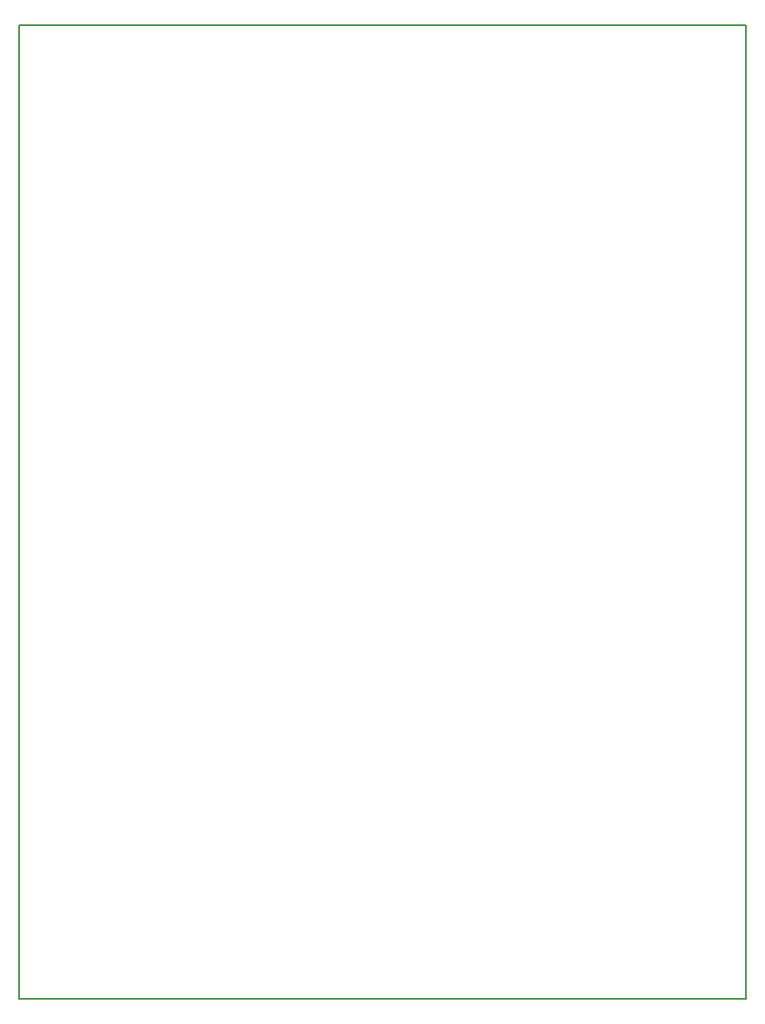
<source format=gbr>
G04 #@! TF.FileFunction,Profile,NP*
%FSLAX46Y46*%
G04 Gerber Fmt 4.6, Leading zero omitted, Abs format (unit mm)*
G04 Created by KiCad (PCBNEW 4.0.1-stable) date 18.06.2016 02:57:02*
%MOMM*%
G01*
G04 APERTURE LIST*
%ADD10C,0.100000*%
%ADD11C,0.150000*%
G04 APERTURE END LIST*
D10*
D11*
X198000000Y-52000000D02*
X198000000Y-147000000D01*
X127000000Y-52000000D02*
X198000000Y-52000000D01*
X127000000Y-147000000D02*
X127000000Y-52000000D01*
X198000000Y-147000000D02*
X127000000Y-147000000D01*
M02*

</source>
